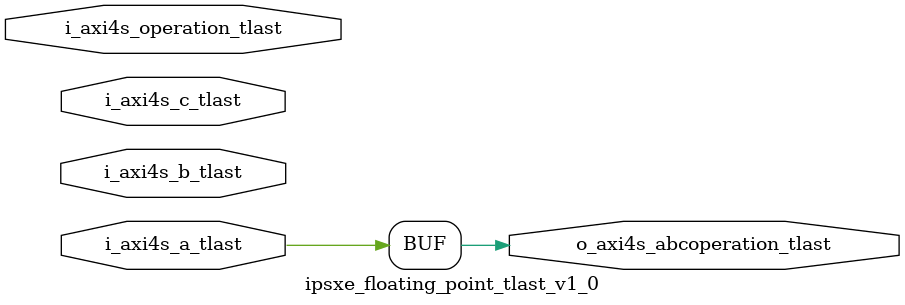
<source format=v>
`timescale 1ns/1ns

module ipsxe_floating_point_tlast_v1_0 #(
    parameter TLAST_BEHAVIOR = 0
)(
    input i_axi4s_a_tlast,
    input i_axi4s_b_tlast,
    input i_axi4s_c_tlast,
    input i_axi4s_operation_tlast,

    output o_axi4s_abcoperation_tlast
);

generate
if (TLAST_BEHAVIOR == 0) begin // Pass A TLAST
    assign o_axi4s_abcoperation_tlast = i_axi4s_a_tlast;
end
else if (TLAST_BEHAVIOR == 1) begin // Pass B TLAST
    assign o_axi4s_abcoperation_tlast = i_axi4s_b_tlast;
end
else if (TLAST_BEHAVIOR == 2) begin // Pass C TLAST
    assign o_axi4s_abcoperation_tlast = i_axi4s_c_tlast;
end
else if (TLAST_BEHAVIOR == 3) begin // Pass OPERATION TLAST
    assign o_axi4s_abcoperation_tlast = i_axi4s_operation_tlast;
end
else if (TLAST_BEHAVIOR == 4) begin // OR all TLASTs
    assign o_axi4s_abcoperation_tlast = i_axi4s_a_tlast | i_axi4s_b_tlast | i_axi4s_c_tlast | i_axi4s_operation_tlast;
end
else begin // TLAST_BEHAVIOR == 5: AND all TLASTs
    assign o_axi4s_abcoperation_tlast = i_axi4s_a_tlast & i_axi4s_b_tlast & i_axi4s_c_tlast & i_axi4s_operation_tlast;
end
endgenerate

endmodule
</source>
